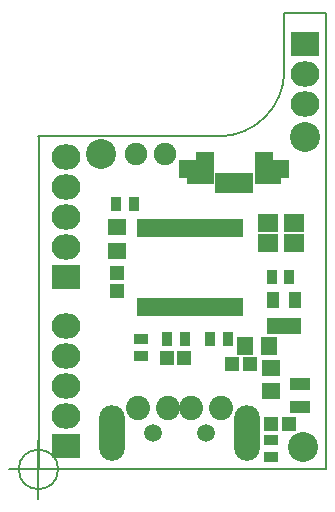
<source format=gts>
%TF.GenerationSoftware,KiCad,Pcbnew,4.0.7*%
%TF.CreationDate,2018-03-05T20:09:29+00:00*%
%TF.ProjectId,a5v11-mod-01,61357631312D6D6F642D30312E6B6963,rev?*%
%TF.FileFunction,Soldermask,Top*%
%FSLAX46Y46*%
G04 Gerber Fmt 4.6, Leading zero omitted, Abs format (unit mm)*
G04 Created by KiCad (PCBNEW 4.0.7) date Monday, 05 March 2018 'PMt' 20:09:29*
%MOMM*%
%LPD*%
G01*
G04 APERTURE LIST*
%ADD10C,0.100000*%
%ADD11C,0.150000*%
%ADD12C,2.540000*%
%ADD13R,1.150000X1.200000*%
%ADD14R,2.432000X2.127200*%
%ADD15O,2.432000X2.127200*%
%ADD16R,0.900000X1.300000*%
%ADD17R,1.300000X0.900000*%
%ADD18R,1.050000X1.460000*%
%ADD19R,0.700000X1.800000*%
%ADD20R,1.650000X2.700000*%
%ADD21R,1.100000X2.000000*%
%ADD22R,1.100000X1.500000*%
%ADD23C,2.050000*%
%ADD24C,1.500000*%
%ADD25O,2.200000X4.700000*%
%ADD26R,0.704800X1.543000*%
%ADD27R,1.650000X1.400000*%
%ADD28R,1.400000X1.650000*%
%ADD29R,1.200000X1.150000*%
%ADD30R,1.700000X1.100000*%
%ADD31C,1.900000*%
%ADD32R,1.800000X1.600000*%
G04 APERTURE END LIST*
D10*
D11*
X19726066Y-37871400D02*
G75*
G03X19726066Y-37871400I-1666666J0D01*
G01*
X15559400Y-37871400D02*
X20559400Y-37871400D01*
X18059400Y-35371400D02*
X18059400Y-40371400D01*
X33299400Y-9677400D02*
G75*
G03X38887400Y-4089400I0J5588000D01*
G01*
X18150000Y-37800000D02*
X18150000Y-9750000D01*
X42450000Y-37800000D02*
X18150000Y-37800000D01*
X42450000Y750000D02*
X42450000Y-37800000D01*
X38850000Y750000D02*
X42450000Y750000D01*
X38887400Y-4089400D02*
X38850000Y750000D01*
X18059400Y-9677400D02*
X33299400Y-9677400D01*
D12*
X40650000Y-9750000D03*
D13*
X24752998Y-22782668D03*
X24752998Y-21282668D03*
D12*
X23360000Y-11210000D03*
D14*
X40610000Y-1880000D03*
D15*
X40610000Y-4420000D03*
X40610000Y-6960000D03*
D16*
X37800000Y-21600000D03*
X39300000Y-21600000D03*
X24637998Y-15428668D03*
X26137998Y-15428668D03*
D17*
X26784998Y-28307168D03*
X26784998Y-26807168D03*
D16*
X30455998Y-26795168D03*
X28955998Y-26795168D03*
X32575498Y-26795168D03*
X34075498Y-26795168D03*
D18*
X37900000Y-25700000D03*
X38850000Y-25700000D03*
X39800000Y-25700000D03*
X39800000Y-23500000D03*
X37900000Y-23500000D03*
D19*
X35875000Y-13600000D03*
X35375000Y-13600000D03*
X34875000Y-13600000D03*
X34375000Y-13600000D03*
X33875000Y-13600000D03*
X33375000Y-13600000D03*
D20*
X32125000Y-12350000D03*
D21*
X31150000Y-12700000D03*
D22*
X30450000Y-12450000D03*
D20*
X37125000Y-12350000D03*
D21*
X38100000Y-12700000D03*
D22*
X38800000Y-12450000D03*
D14*
X20400000Y-21560000D03*
D15*
X20400000Y-19020000D03*
X20400000Y-16480000D03*
X20400000Y-13940000D03*
X20400000Y-11400000D03*
D14*
X20400000Y-35850000D03*
D15*
X20400000Y-33310000D03*
X20400000Y-30770000D03*
X20400000Y-28230000D03*
X20400000Y-25690000D03*
D23*
X31000000Y-32700000D03*
X33500000Y-32700000D03*
X29000000Y-32700000D03*
X26500000Y-32700000D03*
D24*
X32250000Y-34800000D03*
X27750000Y-34800000D03*
D25*
X24300000Y-34800000D03*
X35700000Y-34800000D03*
D26*
X35039998Y-17460668D03*
X34404998Y-17460668D03*
X33769998Y-17460668D03*
X33134998Y-17460668D03*
X32499998Y-17460668D03*
X31864998Y-17460668D03*
X31229998Y-17460668D03*
X30594998Y-17460668D03*
X29959998Y-17460668D03*
X29324998Y-17460668D03*
X28689998Y-17460668D03*
X28054998Y-17460668D03*
X27419998Y-17460668D03*
X26784998Y-17460668D03*
X26784998Y-24128168D03*
X27419998Y-24128168D03*
X28054998Y-24128168D03*
X28689998Y-24128168D03*
X29324998Y-24128168D03*
X29959998Y-24128168D03*
X30594998Y-24128168D03*
X31229998Y-24128168D03*
X31864998Y-24128168D03*
X32499998Y-24128168D03*
X33134998Y-24128168D03*
X33769998Y-24128168D03*
X34404998Y-24128168D03*
X35039998Y-24128168D03*
D12*
X40500000Y-36000000D03*
D27*
X37760000Y-31260000D03*
X37760000Y-29260000D03*
X24752998Y-19349668D03*
X24752998Y-17349668D03*
D28*
X35560000Y-27410000D03*
X37560000Y-27410000D03*
D29*
X35960000Y-28910000D03*
X34460000Y-28910000D03*
D30*
X40200000Y-32560000D03*
X40200000Y-30660000D03*
D29*
X30410000Y-28460000D03*
X28910000Y-28460000D03*
D31*
X28760000Y-11210000D03*
X26360000Y-11210000D03*
D29*
X39260000Y-34010000D03*
X37760000Y-34010000D03*
D17*
X37760000Y-35360000D03*
X37760000Y-36860000D03*
D32*
X37510000Y-18710000D03*
X39710000Y-18710000D03*
X39710000Y-17010000D03*
X37510000Y-17010000D03*
M02*

</source>
